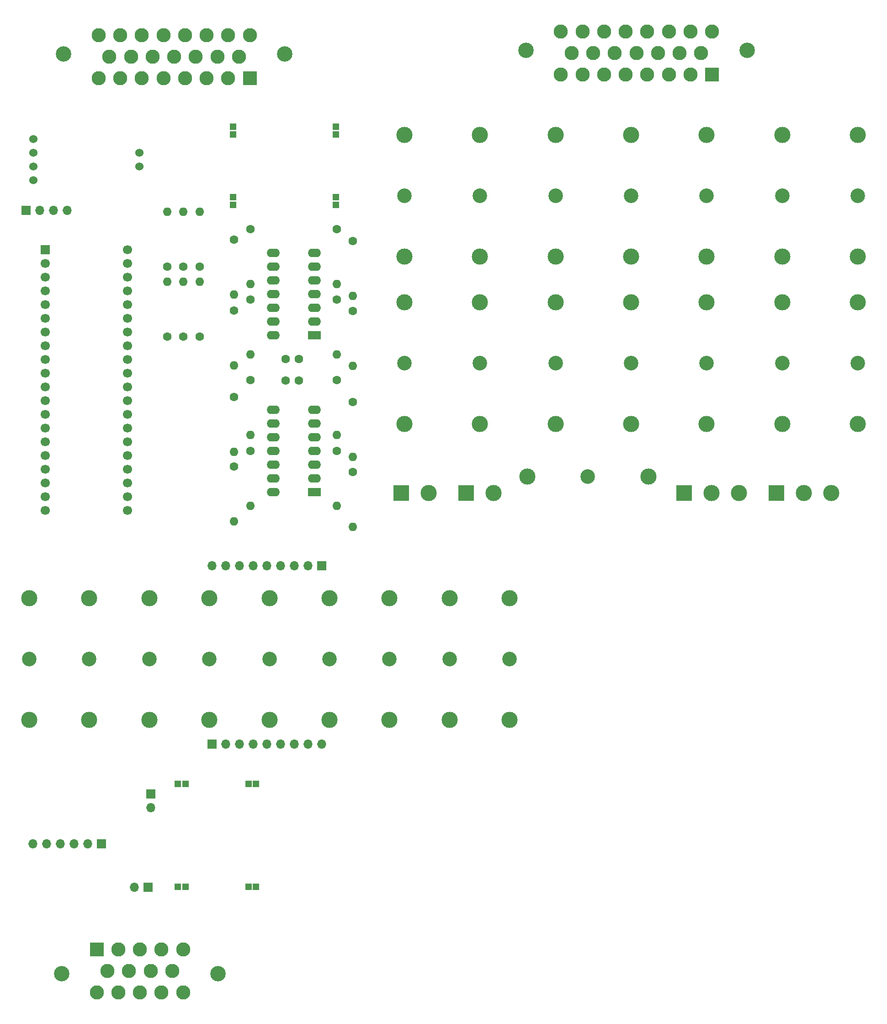
<source format=gbr>
%TF.GenerationSoftware,KiCad,Pcbnew,6.0.4+dfsg-1+b1*%
%TF.CreationDate,2022-05-05T09:12:17-03:00*%
%TF.ProjectId,painel1,7061696e-656c-4312-9e6b-696361645f70,rev?*%
%TF.SameCoordinates,Original*%
%TF.FileFunction,Soldermask,Bot*%
%TF.FilePolarity,Negative*%
%FSLAX46Y46*%
G04 Gerber Fmt 4.6, Leading zero omitted, Abs format (unit mm)*
G04 Created by KiCad (PCBNEW 6.0.4+dfsg-1+b1) date 2022-05-05 09:12:17*
%MOMM*%
%LPD*%
G01*
G04 APERTURE LIST*
%ADD10C,1.600000*%
%ADD11O,1.600000X1.600000*%
%ADD12C,2.700000*%
%ADD13C,3.000000*%
%ADD14C,2.850000*%
%ADD15R,2.625000X2.625000*%
%ADD16C,2.625000*%
%ADD17R,1.700000X1.700000*%
%ADD18C,1.700000*%
%ADD19R,3.000000X3.000000*%
%ADD20C,1.524000*%
%ADD21O,1.700000X1.700000*%
%ADD22R,1.308000X1.308000*%
%ADD23R,2.400000X1.600000*%
%ADD24O,2.400000X1.600000*%
G04 APERTURE END LIST*
D10*
%TO.C,R5*%
X93977500Y-109217500D03*
D11*
X93977500Y-119377500D03*
%TD*%
D10*
%TO.C,R3*%
X74977500Y-77217500D03*
D11*
X74977500Y-87377500D03*
%TD*%
D12*
%TO.C,F3*%
X187500000Y-102000000D03*
D13*
X187500000Y-113250000D03*
X187500000Y-90750000D03*
%TD*%
D12*
%TO.C,F4*%
X67375000Y-156750000D03*
D13*
X67375000Y-168000000D03*
X67375000Y-145500000D03*
%TD*%
D14*
%TO.C,J1*%
X40000000Y-215000000D03*
X69000000Y-215000000D03*
D15*
X46500000Y-210500000D03*
D16*
X50500000Y-210500000D03*
X54500000Y-210500000D03*
X58500000Y-210500000D03*
X62500000Y-210500000D03*
X48500000Y-214500000D03*
X52500000Y-214500000D03*
X56500000Y-214500000D03*
X60500000Y-214500000D03*
X46500000Y-218500000D03*
X50500000Y-218500000D03*
X54500000Y-218500000D03*
X58500000Y-218500000D03*
X62500000Y-218500000D03*
%TD*%
D14*
%TO.C,J1*%
X40357500Y-44755000D03*
X81357500Y-44755000D03*
D15*
X74857500Y-49255000D03*
D16*
X70857500Y-49255000D03*
X66857500Y-49255000D03*
X62857500Y-49255000D03*
X58857500Y-49255000D03*
X54857500Y-49255000D03*
X50857500Y-49255000D03*
X46857500Y-49255000D03*
X72857500Y-45255000D03*
X68857500Y-45255000D03*
X64857500Y-45255000D03*
X60857500Y-45255000D03*
X56857500Y-45255000D03*
X52857500Y-45255000D03*
X48857500Y-45255000D03*
X74857500Y-41255000D03*
X70857500Y-41255000D03*
X66857500Y-41255000D03*
X62857500Y-41255000D03*
X58857500Y-41255000D03*
X54857500Y-41255000D03*
X50857500Y-41255000D03*
X46857500Y-41255000D03*
%TD*%
D12*
%TO.C,F9*%
X131500000Y-71000000D03*
D13*
X131500000Y-59750000D03*
X131500000Y-82250000D03*
%TD*%
D14*
%TO.C,J1*%
X167000000Y-44087500D03*
X126000000Y-44087500D03*
D15*
X160500000Y-48587500D03*
D16*
X156500000Y-48587500D03*
X152500000Y-48587500D03*
X148500000Y-48587500D03*
X144500000Y-48587500D03*
X140500000Y-48587500D03*
X136500000Y-48587500D03*
X132500000Y-48587500D03*
X158500000Y-44587500D03*
X154500000Y-44587500D03*
X150500000Y-44587500D03*
X146500000Y-44587500D03*
X142500000Y-44587500D03*
X138500000Y-44587500D03*
X134500000Y-44587500D03*
X160500000Y-40587500D03*
X156500000Y-40587500D03*
X152500000Y-40587500D03*
X148500000Y-40587500D03*
X144500000Y-40587500D03*
X140500000Y-40587500D03*
X136500000Y-40587500D03*
X132500000Y-40587500D03*
%TD*%
D10*
%TO.C,R1*%
X93977500Y-79377500D03*
D11*
X93977500Y-89537500D03*
%TD*%
D10*
%TO.C,R19*%
X59562500Y-97032500D03*
D11*
X59562500Y-86872500D03*
%TD*%
D12*
%TO.C,F8*%
X111875000Y-156750000D03*
D13*
X111875000Y-168000000D03*
X111875000Y-145500000D03*
%TD*%
D12*
%TO.C,F9*%
X123000000Y-156750000D03*
D13*
X123000000Y-168000000D03*
X123000000Y-145500000D03*
%TD*%
D10*
%TO.C,R4*%
X74977500Y-90217500D03*
D11*
X74977500Y-100377500D03*
%TD*%
D12*
%TO.C,F10*%
X145500000Y-71000000D03*
D13*
X145500000Y-59750000D03*
X145500000Y-82250000D03*
%TD*%
D17*
%TO.C,U1*%
X36942500Y-80982500D03*
D18*
X36942500Y-83522500D03*
X36942500Y-86062500D03*
X36942500Y-88602500D03*
X36942500Y-91142500D03*
X36942500Y-93682500D03*
X36942500Y-96222500D03*
X36942500Y-98762500D03*
X36942500Y-101302500D03*
X36942500Y-103842500D03*
X36942500Y-106382500D03*
X36942500Y-108922500D03*
X36942500Y-111462500D03*
X36942500Y-114002500D03*
X36942500Y-116542500D03*
X36942500Y-119082500D03*
X36942500Y-121622500D03*
X36942500Y-124162500D03*
X36942500Y-126702500D03*
X36942500Y-129242500D03*
X52182500Y-129242500D03*
X52182500Y-126702500D03*
X52182500Y-124162500D03*
X52182500Y-121622500D03*
X52182500Y-119082500D03*
X52182500Y-116542500D03*
X52182500Y-114002500D03*
X52182500Y-111462500D03*
X52182500Y-108922500D03*
X52182500Y-106382500D03*
X52182500Y-103842500D03*
X52182500Y-101302500D03*
X52182500Y-98762500D03*
X52182500Y-96222500D03*
X52182500Y-93682500D03*
X52182500Y-91142500D03*
X52182500Y-88602500D03*
X52182500Y-86062500D03*
X52182500Y-83522500D03*
X52182500Y-80982500D03*
%TD*%
D19*
%TO.C,J3*%
X114960000Y-126000000D03*
D13*
X120040000Y-126000000D03*
%TD*%
D12*
%TO.C,F2*%
X45125000Y-156750000D03*
D13*
X45125000Y-168000000D03*
X45125000Y-145500000D03*
%TD*%
D10*
%TO.C,R6*%
X93977500Y-122137500D03*
D11*
X93977500Y-132297500D03*
%TD*%
D12*
%TO.C,F4*%
X173500000Y-102000000D03*
D13*
X173500000Y-113250000D03*
X173500000Y-90750000D03*
%TD*%
D12*
%TO.C,F3*%
X56250000Y-156750000D03*
D13*
X56250000Y-168000000D03*
X56250000Y-145500000D03*
%TD*%
D10*
%TO.C,R2*%
X93977500Y-92297500D03*
D11*
X93977500Y-102457500D03*
%TD*%
D10*
%TO.C,R15*%
X74977500Y-105137500D03*
D11*
X74977500Y-115297500D03*
%TD*%
D12*
%TO.C,F8*%
X137500000Y-123000000D03*
D13*
X148750000Y-123000000D03*
X126250000Y-123000000D03*
%TD*%
D20*
%TO.C,U3*%
X34752500Y-60460000D03*
X34752500Y-63000000D03*
X34752500Y-65540000D03*
X34752500Y-68080000D03*
X54437500Y-63000000D03*
X54437500Y-65540000D03*
%TD*%
D10*
%TO.C,R20*%
X59562500Y-84112500D03*
D11*
X59562500Y-73952500D03*
%TD*%
D10*
%TO.C,R7*%
X71977500Y-108217500D03*
D11*
X71977500Y-118377500D03*
%TD*%
D10*
%TO.C,C1*%
X83977500Y-101217500D03*
X81477500Y-101217500D03*
%TD*%
D17*
%TO.C,J1*%
X67850000Y-172500000D03*
D21*
X70390000Y-172500000D03*
X72930000Y-172500000D03*
X75470000Y-172500000D03*
X78010000Y-172500000D03*
X80550000Y-172500000D03*
X83090000Y-172500000D03*
X85630000Y-172500000D03*
X88170000Y-172500000D03*
%TD*%
D10*
%TO.C,R12*%
X71977500Y-92217500D03*
D11*
X71977500Y-102377500D03*
%TD*%
D10*
%TO.C,R21*%
X65562500Y-97032500D03*
D11*
X65562500Y-86872500D03*
%TD*%
D12*
%TO.C,F5*%
X78500000Y-156750000D03*
D13*
X78500000Y-168000000D03*
X78500000Y-145500000D03*
%TD*%
D12*
%TO.C,F1*%
X34000000Y-156750000D03*
D13*
X34000000Y-168000000D03*
X34000000Y-145500000D03*
%TD*%
D10*
%TO.C,R22*%
X65562500Y-84112500D03*
D11*
X65562500Y-73952500D03*
%TD*%
D10*
%TO.C,R13*%
X90977500Y-105137500D03*
D11*
X90977500Y-115297500D03*
%TD*%
D17*
%TO.C,J2*%
X88150000Y-139500000D03*
D21*
X85610000Y-139500000D03*
X83070000Y-139500000D03*
X80530000Y-139500000D03*
X77990000Y-139500000D03*
X75450000Y-139500000D03*
X72910000Y-139500000D03*
X70370000Y-139500000D03*
X67830000Y-139500000D03*
%TD*%
D22*
%TO.C,U1*%
X61536750Y-198906750D03*
X62936750Y-198906750D03*
X74606750Y-198906750D03*
X76006750Y-198906750D03*
X61536750Y-179906750D03*
X62936750Y-179906750D03*
X74606750Y-179906750D03*
X76006750Y-179906750D03*
%TD*%
%TO.C,U2*%
X71775750Y-58219250D03*
X71775750Y-59619250D03*
X71775750Y-71289250D03*
X71775750Y-72689250D03*
X90775750Y-58219250D03*
X90775750Y-59619250D03*
X90775750Y-71289250D03*
X90775750Y-72689250D03*
%TD*%
D10*
%TO.C,R16*%
X74977500Y-118217500D03*
D11*
X74977500Y-128377500D03*
%TD*%
D12*
%TO.C,F6*%
X145500000Y-102000000D03*
D13*
X145500000Y-113250000D03*
X145500000Y-90750000D03*
%TD*%
D12*
%TO.C,F11*%
X159500000Y-71000000D03*
D13*
X159500000Y-59750000D03*
X159500000Y-82250000D03*
%TD*%
D10*
%TO.C,R11*%
X71977500Y-79137500D03*
D11*
X71977500Y-89297500D03*
%TD*%
D12*
%TO.C,F7*%
X100750000Y-156750000D03*
D13*
X100750000Y-168000000D03*
X100750000Y-145500000D03*
%TD*%
D10*
%TO.C,R10*%
X90977500Y-90217500D03*
D11*
X90977500Y-100377500D03*
%TD*%
D10*
%TO.C,R8*%
X71977500Y-121137500D03*
D11*
X71977500Y-131297500D03*
%TD*%
D10*
%TO.C,R18*%
X62562500Y-84112500D03*
D11*
X62562500Y-73952500D03*
%TD*%
D12*
%TO.C,F6*%
X89625000Y-156750000D03*
D13*
X89625000Y-168000000D03*
X89625000Y-145500000D03*
%TD*%
D12*
%TO.C,F13*%
X187500000Y-71000000D03*
D13*
X187500000Y-59750000D03*
X187500000Y-82250000D03*
%TD*%
D12*
%TO.C,F14*%
X103500000Y-102000000D03*
D13*
X103500000Y-90750000D03*
X103500000Y-113250000D03*
%TD*%
D12*
%TO.C,F7*%
X103500000Y-71000000D03*
D13*
X103500000Y-59750000D03*
X103500000Y-82250000D03*
%TD*%
D19*
%TO.C,J2*%
X172420000Y-126000000D03*
D13*
X177500000Y-126000000D03*
X182580000Y-126000000D03*
%TD*%
D12*
%TO.C,F1*%
X117500000Y-102000000D03*
D13*
X117500000Y-113250000D03*
X117500000Y-90750000D03*
%TD*%
D10*
%TO.C,R14*%
X90977500Y-118217500D03*
D11*
X90977500Y-128377500D03*
%TD*%
D23*
%TO.C,U5*%
X86802500Y-125842500D03*
D24*
X86802500Y-123302500D03*
X86802500Y-120762500D03*
X86802500Y-118222500D03*
X86802500Y-115682500D03*
X86802500Y-113142500D03*
X86802500Y-110602500D03*
X79182500Y-110602500D03*
X79182500Y-113142500D03*
X79182500Y-115682500D03*
X79182500Y-118222500D03*
X79182500Y-120762500D03*
X79182500Y-123302500D03*
X79182500Y-125842500D03*
%TD*%
D10*
%TO.C,R9*%
X90977500Y-77217500D03*
D11*
X90977500Y-87377500D03*
%TD*%
D19*
%TO.C,J4*%
X155340000Y-126000000D03*
D13*
X160420000Y-126000000D03*
X165500000Y-126000000D03*
%TD*%
D17*
%TO.C,J2*%
X47350000Y-191000000D03*
D21*
X44810000Y-191000000D03*
X42270000Y-191000000D03*
X39730000Y-191000000D03*
X37190000Y-191000000D03*
X34650000Y-191000000D03*
%TD*%
D17*
%TO.C,J3*%
X56040000Y-199000000D03*
D21*
X53500000Y-199000000D03*
%TD*%
D12*
%TO.C,F12*%
X173500000Y-71000000D03*
D13*
X173500000Y-59750000D03*
X173500000Y-82250000D03*
%TD*%
D10*
%TO.C,R17*%
X62562500Y-97032500D03*
D11*
X62562500Y-86872500D03*
%TD*%
D17*
%TO.C,J2*%
X33382500Y-73682500D03*
D21*
X35922500Y-73682500D03*
X38462500Y-73682500D03*
X41002500Y-73682500D03*
%TD*%
D12*
%TO.C,F2*%
X131500000Y-102000000D03*
D13*
X131500000Y-113250000D03*
X131500000Y-90750000D03*
%TD*%
D12*
%TO.C,F5*%
X159500000Y-102000000D03*
D13*
X159500000Y-113250000D03*
X159500000Y-90750000D03*
%TD*%
D19*
%TO.C,J5*%
X102960000Y-126000000D03*
D13*
X108040000Y-126000000D03*
%TD*%
D10*
%TO.C,C2*%
X83977500Y-105217500D03*
X81477500Y-105217500D03*
%TD*%
D17*
%TO.C,J4*%
X56500000Y-181725000D03*
D21*
X56500000Y-184265000D03*
%TD*%
D12*
%TO.C,F15*%
X117500000Y-71000000D03*
D13*
X117500000Y-59750000D03*
X117500000Y-82250000D03*
%TD*%
D23*
%TO.C,U4*%
X86802500Y-96842500D03*
D24*
X86802500Y-94302500D03*
X86802500Y-91762500D03*
X86802500Y-89222500D03*
X86802500Y-86682500D03*
X86802500Y-84142500D03*
X86802500Y-81602500D03*
X79182500Y-81602500D03*
X79182500Y-84142500D03*
X79182500Y-86682500D03*
X79182500Y-89222500D03*
X79182500Y-91762500D03*
X79182500Y-94302500D03*
X79182500Y-96842500D03*
%TD*%
M02*

</source>
